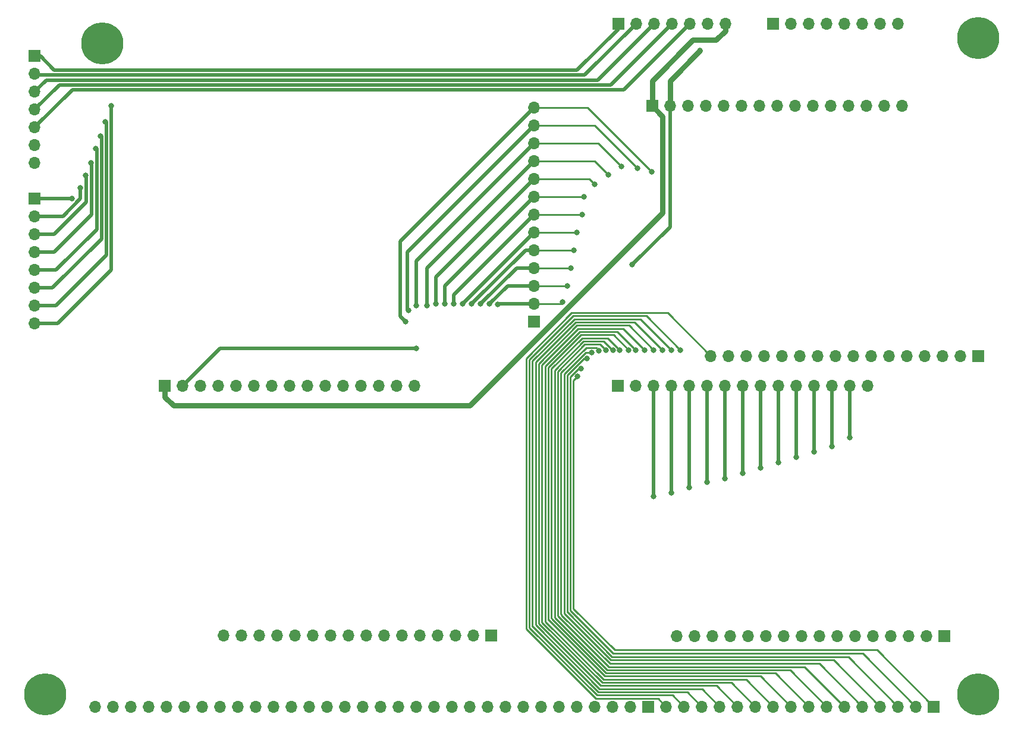
<source format=gbr>
%TF.GenerationSoftware,KiCad,Pcbnew,(6.0.0-0)*%
%TF.CreationDate,2022-08-19T02:12:02-04:00*%
%TF.ProjectId,CPU-MicrocodeEEPROM_Backplane,4350552d-4d69-4637-926f-636f64654545,rev?*%
%TF.SameCoordinates,Original*%
%TF.FileFunction,Copper,L2,Bot*%
%TF.FilePolarity,Positive*%
%FSLAX46Y46*%
G04 Gerber Fmt 4.6, Leading zero omitted, Abs format (unit mm)*
G04 Created by KiCad (PCBNEW (6.0.0-0)) date 2022-08-19 02:12:02*
%MOMM*%
%LPD*%
G01*
G04 APERTURE LIST*
%TA.AperFunction,ComponentPad*%
%ADD10C,6.000000*%
%TD*%
%TA.AperFunction,ComponentPad*%
%ADD11C,0.800000*%
%TD*%
%TA.AperFunction,ComponentPad*%
%ADD12R,1.700000X1.700000*%
%TD*%
%TA.AperFunction,ComponentPad*%
%ADD13O,1.700000X1.700000*%
%TD*%
%TA.AperFunction,ViaPad*%
%ADD14C,0.800000*%
%TD*%
%TA.AperFunction,Conductor*%
%ADD15C,0.500000*%
%TD*%
%TA.AperFunction,Conductor*%
%ADD16C,0.750000*%
%TD*%
%TA.AperFunction,Conductor*%
%ADD17C,0.250000*%
%TD*%
G04 APERTURE END LIST*
D10*
%TO.P,REF\u002A\u002A,1*%
%TO.N,N/C*%
X113030000Y-30226000D03*
D11*
X115280000Y-30226000D03*
X114620990Y-31816990D03*
X113030000Y-32476000D03*
X111439010Y-31816990D03*
X110780000Y-30226000D03*
X111439010Y-28635010D03*
X113030000Y-27976000D03*
X114620990Y-28635010D03*
%TD*%
D10*
%TO.P,REF\u002A\u002A,1*%
%TO.N,N/C*%
X237744000Y-29464000D03*
D11*
X239994000Y-29464000D03*
X239334990Y-31054990D03*
X237744000Y-31714000D03*
X236153010Y-31054990D03*
X235494000Y-29464000D03*
X236153010Y-27873010D03*
X237744000Y-27214000D03*
X239334990Y-27873010D03*
%TD*%
D10*
%TO.P,REF\u002A\u002A,1*%
%TO.N,N/C*%
X104902000Y-122936000D03*
D11*
X107152000Y-122936000D03*
X106492990Y-124526990D03*
X104902000Y-125186000D03*
X103311010Y-124526990D03*
X102652000Y-122936000D03*
X103311010Y-121345010D03*
X104902000Y-120686000D03*
X106492990Y-121345010D03*
%TD*%
D10*
%TO.P,REF\u002A\u002A,1*%
%TO.N,N/C*%
X237744000Y-122936000D03*
D11*
X239994000Y-122936000D03*
X239334990Y-124526990D03*
X237744000Y-125186000D03*
X236153010Y-124526990D03*
X235494000Y-122936000D03*
X236153010Y-121345010D03*
X237744000Y-120686000D03*
X239334990Y-121345010D03*
%TD*%
D12*
%TO.P,J11,1,Pin_1*%
%TO.N,~{DECODE_CONTROL_0c}*%
X231394000Y-124657000D03*
D13*
%TO.P,J11,2,Pin_2*%
%TO.N,~{DECODE_CONTROL_1c}*%
X228854000Y-124657000D03*
%TO.P,J11,3,Pin_3*%
%TO.N,~{DECODE_CONTROL_2c}*%
X226314000Y-124657000D03*
%TO.P,J11,4,Pin_4*%
%TO.N,~{DECODE_CONTROL_3c}*%
X223774000Y-124657000D03*
%TO.P,J11,5,Pin_5*%
%TO.N,~{DECODE_CONTROL_4c}*%
X221234000Y-124657000D03*
%TO.P,J11,6,Pin_6*%
%TO.N,~{DECODE_CONTROL_5c}*%
X218694000Y-124657000D03*
%TO.P,J11,7,Pin_7*%
%TO.N,~{DECODE_CONTROL_6c}*%
X216154000Y-124657000D03*
%TO.P,J11,8,Pin_8*%
%TO.N,~{DECODE_CONTROL_7c}*%
X213614000Y-124657000D03*
%TO.P,J11,9,Pin_9*%
%TO.N,\u03BC0c*%
X211074000Y-124657000D03*
%TO.P,J11,10,Pin_10*%
%TO.N,\u03BC1c*%
X208534000Y-124657000D03*
%TO.P,J11,11,Pin_11*%
%TO.N,\u03BC2c*%
X205994000Y-124657000D03*
%TO.P,J11,12,Pin_12*%
%TO.N,\u03BC3c*%
X203454000Y-124657000D03*
%TO.P,J11,13,Pin_13*%
%TO.N,\u03BC4c*%
X200914000Y-124657000D03*
%TO.P,J11,14,Pin_14*%
%TO.N,\u03BC5c*%
X198374000Y-124657000D03*
%TO.P,J11,15,Pin_15*%
%TO.N,\u03BC6c*%
X195834000Y-124657000D03*
%TO.P,J11,16,Pin_16*%
%TO.N,\u03BC7c*%
X193294000Y-124657000D03*
%TD*%
D12*
%TO.P,J13,1,Pin_1*%
%TO.N,VCC*%
X191292000Y-39091000D03*
D13*
%TO.P,J13,2,Pin_2*%
%TO.N,GND*%
X193832000Y-39091000D03*
%TO.P,J13,3,Pin_3*%
%TO.N,STEP0*%
X196372000Y-39091000D03*
%TO.P,J13,4,Pin_4*%
%TO.N,STEP1*%
X198912000Y-39091000D03*
%TO.P,J13,5,Pin_5*%
%TO.N,STEP2*%
X201452000Y-39091000D03*
%TO.P,J13,6,Pin_6*%
%TO.N,STEP3*%
X203992000Y-39091000D03*
%TO.P,J13,7,Pin_7*%
%TO.N,STEP4*%
X206532000Y-39091000D03*
%TO.P,J13,8,Pin_8*%
%TO.N,INSTRUCTION0*%
X209072000Y-39091000D03*
%TO.P,J13,9,Pin_9*%
%TO.N,INSTRUCTION1*%
X211612000Y-39091000D03*
%TO.P,J13,10,Pin_10*%
%TO.N,INSTRUCTION2*%
X214152000Y-39091000D03*
%TO.P,J13,11,Pin_11*%
%TO.N,INSTRUCTION3*%
X216692000Y-39091000D03*
%TO.P,J13,12,Pin_12*%
%TO.N,INSTRUCTION4*%
X219232000Y-39091000D03*
%TO.P,J13,13,Pin_13*%
%TO.N,INSTRUCTION5*%
X221772000Y-39091000D03*
%TO.P,J13,14,Pin_14*%
%TO.N,INSTRUCTION6*%
X224312000Y-39091000D03*
%TO.P,J13,15,Pin_15*%
%TO.N,INSTRUCTION7*%
X226852000Y-39091000D03*
%TD*%
D12*
%TO.P,J12,1,Pin_1*%
%TO.N,~{DECODE_CONTROL_0c}*%
X237744000Y-74726000D03*
D13*
%TO.P,J12,2,Pin_2*%
%TO.N,~{DECODE_CONTROL_1c}*%
X235204000Y-74726000D03*
%TO.P,J12,3,Pin_3*%
%TO.N,~{DECODE_CONTROL_2c}*%
X232664000Y-74726000D03*
%TO.P,J12,4,Pin_4*%
%TO.N,~{DECODE_CONTROL_3c}*%
X230124000Y-74726000D03*
%TO.P,J12,5,Pin_5*%
%TO.N,~{DECODE_CONTROL_4c}*%
X227584000Y-74726000D03*
%TO.P,J12,6,Pin_6*%
%TO.N,~{DECODE_CONTROL_5c}*%
X225044000Y-74726000D03*
%TO.P,J12,7,Pin_7*%
%TO.N,~{DECODE_CONTROL_6c}*%
X222504000Y-74726000D03*
%TO.P,J12,8,Pin_8*%
%TO.N,~{DECODE_CONTROL_7c}*%
X219964000Y-74726000D03*
%TO.P,J12,9,Pin_9*%
%TO.N,\u03BC0c*%
X217424000Y-74726000D03*
%TO.P,J12,10,Pin_10*%
%TO.N,\u03BC1c*%
X214884000Y-74726000D03*
%TO.P,J12,11,Pin_11*%
%TO.N,\u03BC2c*%
X212344000Y-74726000D03*
%TO.P,J12,12,Pin_12*%
%TO.N,\u03BC3c*%
X209804000Y-74726000D03*
%TO.P,J12,13,Pin_13*%
%TO.N,\u03BC4c*%
X207264000Y-74726000D03*
%TO.P,J12,14,Pin_14*%
%TO.N,\u03BC5c*%
X204724000Y-74726000D03*
%TO.P,J12,15,Pin_15*%
%TO.N,\u03BC6c*%
X202184000Y-74726000D03*
%TO.P,J12,16,Pin_16*%
%TO.N,\u03BC7c*%
X199644000Y-74726000D03*
%TD*%
D12*
%TO.P,J4,1,Pin_1*%
%TO.N,~{RESET}*%
X186454456Y-27432000D03*
D13*
%TO.P,J4,2,Pin_2*%
%TO.N,CLOCK*%
X188994456Y-27432000D03*
%TO.P,J4,3,Pin_3*%
%TO.N,~{LD_IR}*%
X191534456Y-27432000D03*
%TO.P,J4,4,Pin_4*%
%TO.N,~{INT_REQUEST}*%
X194074456Y-27432000D03*
%TO.P,J4,5,Pin_5*%
%TO.N,~{RESET_STEP}*%
X196614456Y-27432000D03*
%TO.P,J4,6,Pin_6*%
%TO.N,GND*%
X199154456Y-27432000D03*
%TO.P,J4,7,Pin_7*%
%TO.N,VCC*%
X201694456Y-27432000D03*
%TD*%
D12*
%TO.P,J2,1,Pin_1*%
%TO.N,BUS7*%
X208534000Y-27379044D03*
D13*
%TO.P,J2,2,Pin_2*%
%TO.N,BUS6*%
X211074000Y-27379044D03*
%TO.P,J2,3,Pin_3*%
%TO.N,BUS5*%
X213614000Y-27379044D03*
%TO.P,J2,4,Pin_4*%
%TO.N,BUS4*%
X216154000Y-27379044D03*
%TO.P,J2,5,Pin_5*%
%TO.N,BUS3*%
X218694000Y-27379044D03*
%TO.P,J2,6,Pin_6*%
%TO.N,BUS2*%
X221234000Y-27379044D03*
%TO.P,J2,7,Pin_7*%
%TO.N,BUS1*%
X223774000Y-27379044D03*
%TO.P,J2,8,Pin_8*%
%TO.N,BUS0*%
X226314000Y-27379044D03*
%TD*%
%TO.P,J8,32,Pin_32*%
%TO.N,\u03BC7*%
X112014000Y-124657000D03*
%TO.P,J8,31,Pin_31*%
%TO.N,\u03BC6*%
X114554000Y-124657000D03*
%TO.P,J8,30,Pin_30*%
%TO.N,\u03BC5*%
X117094000Y-124657000D03*
%TO.P,J8,29,Pin_29*%
%TO.N,\u03BC4*%
X119634000Y-124657000D03*
%TO.P,J8,28,Pin_28*%
%TO.N,\u03BC3*%
X122174000Y-124657000D03*
%TO.P,J8,27,Pin_27*%
%TO.N,\u03BC2*%
X124714000Y-124657000D03*
%TO.P,J8,26,Pin_26*%
%TO.N,\u03BC1*%
X127254000Y-124657000D03*
%TO.P,J8,25,Pin_25*%
%TO.N,\u03BC0*%
X129794000Y-124657000D03*
%TO.P,J8,24,Pin_24*%
%TO.N,~{DECODE_CONTROL_7}*%
X132334000Y-124657000D03*
%TO.P,J8,23,Pin_23*%
%TO.N,~{DECODE_CONTROL_6}*%
X134874000Y-124657000D03*
%TO.P,J8,22,Pin_22*%
%TO.N,~{DECODE_CONTROL_5}*%
X137414000Y-124657000D03*
%TO.P,J8,21,Pin_21*%
%TO.N,~{DECODE_CONTROL_4}*%
X139954000Y-124657000D03*
%TO.P,J8,20,Pin_20*%
%TO.N,~{DECODE_CONTROL_3}*%
X142494000Y-124657000D03*
%TO.P,J8,19,Pin_19*%
%TO.N,~{DECODE_CONTROL_2}*%
X145034000Y-124657000D03*
%TO.P,J8,18,Pin_18*%
%TO.N,~{DECODE_CONTROL_1}*%
X147574000Y-124657000D03*
%TO.P,J8,17,Pin_17*%
%TO.N,~{DECODE_CONTROL_0}*%
X150114000Y-124657000D03*
%TO.P,J8,16,Pin_16*%
%TO.N,\u03BC7b*%
X152654000Y-124657000D03*
%TO.P,J8,15,Pin_15*%
%TO.N,\u03BC6b*%
X155194000Y-124657000D03*
%TO.P,J8,14,Pin_14*%
%TO.N,\u03BC5b*%
X157734000Y-124657000D03*
%TO.P,J8,13,Pin_13*%
%TO.N,\u03BC4b*%
X160274000Y-124657000D03*
%TO.P,J8,12,Pin_12*%
%TO.N,\u03BC3b*%
X162814000Y-124657000D03*
%TO.P,J8,11,Pin_11*%
%TO.N,\u03BC2b*%
X165354000Y-124657000D03*
%TO.P,J8,10,Pin_10*%
%TO.N,\u03BC1b*%
X167894000Y-124657000D03*
%TO.P,J8,9,Pin_9*%
%TO.N,\u03BC0b*%
X170434000Y-124657000D03*
%TO.P,J8,8,Pin_8*%
%TO.N,~{DECODE_CONTROL_7b}*%
X172974000Y-124657000D03*
%TO.P,J8,7,Pin_7*%
%TO.N,~{DECODE_CONTROL_6b}*%
X175514000Y-124657000D03*
%TO.P,J8,6,Pin_6*%
%TO.N,~{DECODE_CONTROL_5b}*%
X178054000Y-124657000D03*
%TO.P,J8,5,Pin_5*%
%TO.N,~{DECODE_CONTROL_4b}*%
X180594000Y-124657000D03*
%TO.P,J8,4,Pin_4*%
%TO.N,~{DECODE_CONTROL_3b}*%
X183134000Y-124657000D03*
%TO.P,J8,3,Pin_3*%
%TO.N,~{DECODE_CONTROL_2b}*%
X185674000Y-124657000D03*
%TO.P,J8,2,Pin_2*%
%TO.N,~{DECODE_CONTROL_1b}*%
X188214000Y-124657000D03*
D12*
%TO.P,J8,1,Pin_1*%
%TO.N,~{DECODE_CONTROL_0b}*%
X190754000Y-124657000D03*
%TD*%
%TO.P,J3,1,Pin_1*%
%TO.N,STEP0*%
X174473000Y-69835242D03*
D13*
%TO.P,J3,2,Pin_2*%
%TO.N,STEP1*%
X174473000Y-67295242D03*
%TO.P,J3,3,Pin_3*%
%TO.N,STEP2*%
X174473000Y-64755242D03*
%TO.P,J3,4,Pin_4*%
%TO.N,STEP3*%
X174473000Y-62215242D03*
%TO.P,J3,5,Pin_5*%
%TO.N,STEP4*%
X174473000Y-59675242D03*
%TO.P,J3,6,Pin_6*%
%TO.N,INSTRUCTION0*%
X174473000Y-57135242D03*
%TO.P,J3,7,Pin_7*%
%TO.N,INSTRUCTION1*%
X174473000Y-54595242D03*
%TO.P,J3,8,Pin_8*%
%TO.N,INSTRUCTION2*%
X174473000Y-52055242D03*
%TO.P,J3,9,Pin_9*%
%TO.N,INSTRUCTION3*%
X174473000Y-49515242D03*
%TO.P,J3,10,Pin_10*%
%TO.N,INSTRUCTION4*%
X174473000Y-46975242D03*
%TO.P,J3,11,Pin_11*%
%TO.N,INSTRUCTION5*%
X174473000Y-44435242D03*
%TO.P,J3,12,Pin_12*%
%TO.N,INSTRUCTION6*%
X174473000Y-41895242D03*
%TO.P,J3,13,Pin_13*%
%TO.N,INSTRUCTION7*%
X174473000Y-39355242D03*
%TD*%
D12*
%TO.P,J9,1,Pin_1*%
%TO.N,~{DECODE_CONTROL_0b}*%
X232890500Y-114583044D03*
D13*
%TO.P,J9,2,Pin_2*%
%TO.N,~{DECODE_CONTROL_1b}*%
X230350500Y-114583044D03*
%TO.P,J9,3,Pin_3*%
%TO.N,~{DECODE_CONTROL_2b}*%
X227810500Y-114583044D03*
%TO.P,J9,4,Pin_4*%
%TO.N,~{DECODE_CONTROL_3b}*%
X225270500Y-114583044D03*
%TO.P,J9,5,Pin_5*%
%TO.N,~{DECODE_CONTROL_4b}*%
X222730500Y-114583044D03*
%TO.P,J9,6,Pin_6*%
%TO.N,~{DECODE_CONTROL_5b}*%
X220190500Y-114583044D03*
%TO.P,J9,7,Pin_7*%
%TO.N,~{DECODE_CONTROL_6b}*%
X217650500Y-114583044D03*
%TO.P,J9,8,Pin_8*%
%TO.N,~{DECODE_CONTROL_7b}*%
X215110500Y-114583044D03*
%TO.P,J9,9,Pin_9*%
%TO.N,\u03BC0b*%
X212570500Y-114583044D03*
%TO.P,J9,10,Pin_10*%
%TO.N,\u03BC1b*%
X210030500Y-114583044D03*
%TO.P,J9,11,Pin_11*%
%TO.N,\u03BC2b*%
X207490500Y-114583044D03*
%TO.P,J9,12,Pin_12*%
%TO.N,\u03BC3b*%
X204950500Y-114583044D03*
%TO.P,J9,13,Pin_13*%
%TO.N,\u03BC4b*%
X202410500Y-114583044D03*
%TO.P,J9,14,Pin_14*%
%TO.N,\u03BC5b*%
X199870500Y-114583044D03*
%TO.P,J9,15,Pin_15*%
%TO.N,\u03BC6b*%
X197330500Y-114583044D03*
%TO.P,J9,16,Pin_16*%
%TO.N,\u03BC7b*%
X194790500Y-114583044D03*
%TD*%
D12*
%TO.P,J1,1,Pin_1*%
%TO.N,BUS0*%
X103378000Y-52324242D03*
D13*
%TO.P,J1,2,Pin_2*%
%TO.N,BUS1*%
X103378000Y-54864242D03*
%TO.P,J1,3,Pin_3*%
%TO.N,BUS2*%
X103378000Y-57404242D03*
%TO.P,J1,4,Pin_4*%
%TO.N,BUS3*%
X103378000Y-59944242D03*
%TO.P,J1,5,Pin_5*%
%TO.N,BUS4*%
X103378000Y-62484242D03*
%TO.P,J1,6,Pin_6*%
%TO.N,BUS5*%
X103378000Y-65024242D03*
%TO.P,J1,7,Pin_7*%
%TO.N,BUS6*%
X103378000Y-67564242D03*
%TO.P,J1,8,Pin_8*%
%TO.N,BUS7*%
X103378000Y-70104242D03*
%TD*%
D12*
%TO.P,J6,1,Pin_1*%
%TO.N,~{DECODE_CONTROL_0}*%
X168374500Y-114558044D03*
D13*
%TO.P,J6,2,Pin_2*%
%TO.N,~{DECODE_CONTROL_1}*%
X165834500Y-114558044D03*
%TO.P,J6,3,Pin_3*%
%TO.N,~{DECODE_CONTROL_2}*%
X163294500Y-114558044D03*
%TO.P,J6,4,Pin_4*%
%TO.N,~{DECODE_CONTROL_3}*%
X160754500Y-114558044D03*
%TO.P,J6,5,Pin_5*%
%TO.N,~{DECODE_CONTROL_4}*%
X158214500Y-114558044D03*
%TO.P,J6,6,Pin_6*%
%TO.N,~{DECODE_CONTROL_5}*%
X155674500Y-114558044D03*
%TO.P,J6,7,Pin_7*%
%TO.N,~{DECODE_CONTROL_6}*%
X153134500Y-114558044D03*
%TO.P,J6,8,Pin_8*%
%TO.N,~{DECODE_CONTROL_7}*%
X150594500Y-114558044D03*
%TO.P,J6,9,Pin_9*%
%TO.N,\u03BC0*%
X148054500Y-114558044D03*
%TO.P,J6,10,Pin_10*%
%TO.N,\u03BC1*%
X145514500Y-114558044D03*
%TO.P,J6,11,Pin_11*%
%TO.N,\u03BC2*%
X142974500Y-114558044D03*
%TO.P,J6,12,Pin_12*%
%TO.N,\u03BC3*%
X140434500Y-114558044D03*
%TO.P,J6,13,Pin_13*%
%TO.N,\u03BC4*%
X137894500Y-114558044D03*
%TO.P,J6,14,Pin_14*%
%TO.N,\u03BC5*%
X135354500Y-114558044D03*
%TO.P,J6,15,Pin_15*%
%TO.N,\u03BC6*%
X132814500Y-114558044D03*
%TO.P,J6,16,Pin_16*%
%TO.N,\u03BC7*%
X130274500Y-114558044D03*
%TD*%
D12*
%TO.P,J5,1,Pin_1*%
%TO.N,~{RESET}*%
X103378000Y-32014484D03*
D13*
%TO.P,J5,2,Pin_2*%
%TO.N,CLOCK*%
X103378000Y-34554484D03*
%TO.P,J5,3,Pin_3*%
%TO.N,~{LD_IR}*%
X103378000Y-37094484D03*
%TO.P,J5,4,Pin_4*%
%TO.N,~{INT_REQUEST}*%
X103378000Y-39634484D03*
%TO.P,J5,5,Pin_5*%
%TO.N,~{RESET_STEP}*%
X103378000Y-42174484D03*
%TO.P,J5,6,Pin_6*%
%TO.N,GND*%
X103378000Y-44714484D03*
%TO.P,J5,7,Pin_7*%
%TO.N,VCC*%
X103378000Y-47254484D03*
%TD*%
D12*
%TO.P,J7,1,Pin_1*%
%TO.N,VCC*%
X121922500Y-78973044D03*
D13*
%TO.P,J7,2,Pin_2*%
%TO.N,GND*%
X124462500Y-78973044D03*
%TO.P,J7,3,Pin_3*%
%TO.N,STEP0*%
X127002500Y-78973044D03*
%TO.P,J7,4,Pin_4*%
%TO.N,STEP1*%
X129542500Y-78973044D03*
%TO.P,J7,5,Pin_5*%
%TO.N,STEP2*%
X132082500Y-78973044D03*
%TO.P,J7,6,Pin_6*%
%TO.N,STEP3*%
X134622500Y-78973044D03*
%TO.P,J7,7,Pin_7*%
%TO.N,STEP4*%
X137162500Y-78973044D03*
%TO.P,J7,8,Pin_8*%
%TO.N,INSTRUCTION0*%
X139702500Y-78973044D03*
%TO.P,J7,9,Pin_9*%
%TO.N,INSTRUCTION1*%
X142242500Y-78973044D03*
%TO.P,J7,10,Pin_10*%
%TO.N,INSTRUCTION2*%
X144782500Y-78973044D03*
%TO.P,J7,11,Pin_11*%
%TO.N,INSTRUCTION3*%
X147322500Y-78973044D03*
%TO.P,J7,12,Pin_12*%
%TO.N,INSTRUCTION4*%
X149862500Y-78973044D03*
%TO.P,J7,13,Pin_13*%
%TO.N,INSTRUCTION5*%
X152402500Y-78973044D03*
%TO.P,J7,14,Pin_14*%
%TO.N,INSTRUCTION6*%
X154942500Y-78973044D03*
%TO.P,J7,15,Pin_15*%
%TO.N,INSTRUCTION7*%
X157482500Y-78973044D03*
%TD*%
D12*
%TO.P,J10,1,Pin_1*%
%TO.N,VCC*%
X186438500Y-78973044D03*
D13*
%TO.P,J10,2,Pin_2*%
%TO.N,GND*%
X188978500Y-78973044D03*
%TO.P,J10,3,Pin_3*%
%TO.N,STEP0*%
X191518500Y-78973044D03*
%TO.P,J10,4,Pin_4*%
%TO.N,STEP1*%
X194058500Y-78973044D03*
%TO.P,J10,5,Pin_5*%
%TO.N,STEP2*%
X196598500Y-78973044D03*
%TO.P,J10,6,Pin_6*%
%TO.N,STEP3*%
X199138500Y-78973044D03*
%TO.P,J10,7,Pin_7*%
%TO.N,STEP4*%
X201678500Y-78973044D03*
%TO.P,J10,8,Pin_8*%
%TO.N,INSTRUCTION0*%
X204218500Y-78973044D03*
%TO.P,J10,9,Pin_9*%
%TO.N,INSTRUCTION1*%
X206758500Y-78973044D03*
%TO.P,J10,10,Pin_10*%
%TO.N,INSTRUCTION2*%
X209298500Y-78973044D03*
%TO.P,J10,11,Pin_11*%
%TO.N,INSTRUCTION3*%
X211838500Y-78973044D03*
%TO.P,J10,12,Pin_12*%
%TO.N,INSTRUCTION4*%
X214378500Y-78973044D03*
%TO.P,J10,13,Pin_13*%
%TO.N,INSTRUCTION5*%
X216918500Y-78973044D03*
%TO.P,J10,14,Pin_14*%
%TO.N,INSTRUCTION6*%
X219458500Y-78973044D03*
%TO.P,J10,15,Pin_15*%
%TO.N,INSTRUCTION7*%
X221998500Y-78973044D03*
%TD*%
D14*
%TO.N,GND*%
X188468000Y-61722000D03*
X198120000Y-31242000D03*
%TO.N,VCC*%
X165354000Y-81788000D03*
%TO.N,BUS0*%
X108712000Y-52324000D03*
%TO.N,GND*%
X157734000Y-73660000D03*
%TO.N,BUS7*%
X114300000Y-39116000D03*
%TO.N,BUS6*%
X113450500Y-41402000D03*
%TO.N,BUS5*%
X112750989Y-43434000D03*
%TO.N,BUS4*%
X112051478Y-45212000D03*
%TO.N,BUS3*%
X111351967Y-47244000D03*
%TO.N,BUS2*%
X110652456Y-49022000D03*
%TO.N,BUS1*%
X109894500Y-50800000D03*
%TO.N,INSTRUCTION7*%
X156210000Y-69850000D03*
%TO.N,INSTRUCTION6*%
X156630204Y-68238204D03*
%TO.N,INSTRUCTION5*%
X157734000Y-67564000D03*
%TO.N,INSTRUCTION4*%
X159258000Y-67564000D03*
%TO.N,INSTRUCTION3*%
X160528000Y-67310000D03*
%TO.N,INSTRUCTION2*%
X161798000Y-67310011D03*
%TO.N,INSTRUCTION1*%
X163068000Y-67310000D03*
%TO.N,INSTRUCTION0*%
X164338000Y-67310000D03*
%TO.N,STEP4*%
X165608000Y-67309998D03*
%TO.N,STEP3*%
X166878000Y-67310000D03*
%TO.N,STEP2*%
X168148000Y-67310000D03*
%TO.N,STEP1*%
X169325312Y-67402688D03*
%TO.N,INSTRUCTION7*%
X191262000Y-48514000D03*
%TO.N,INSTRUCTION6*%
X189230000Y-48006000D03*
%TO.N,INSTRUCTION5*%
X186944000Y-47752000D03*
%TO.N,INSTRUCTION4*%
X185046115Y-48902115D03*
%TO.N,INSTRUCTION3*%
X183077263Y-50235263D03*
%TO.N,INSTRUCTION2*%
X181610000Y-52070000D03*
%TO.N,INSTRUCTION1*%
X181356000Y-54610000D03*
%TO.N,INSTRUCTION0*%
X180594000Y-57150000D03*
%TO.N,STEP4*%
X180127032Y-59690000D03*
%TO.N,STEP3*%
X179677521Y-62230000D03*
%TO.N,STEP2*%
X179228010Y-64770000D03*
%TO.N,STEP1*%
X178562000Y-67056000D03*
%TO.N,~{DECODE_CONTROL_0c}*%
X180683054Y-77653400D03*
%TO.N,~{DECODE_CONTROL_1c}*%
X181174375Y-76526375D03*
%TO.N,~{DECODE_CONTROL_2c}*%
X181999523Y-75065523D03*
%TO.N,~{DECODE_CONTROL_3c}*%
X182684027Y-74249121D03*
%TO.N,~{DECODE_CONTROL_4c}*%
X183682596Y-73957185D03*
%TO.N,~{DECODE_CONTROL_5c}*%
X184681308Y-73917437D03*
%TO.N,~{DECODE_CONTROL_6c}*%
X185680805Y-73920803D03*
%TO.N,~{DECODE_CONTROL_7c}*%
X186694299Y-73918299D03*
%TO.N,\u03BC0c*%
X187960000Y-73914000D03*
%TO.N,\u03BC1c*%
X188980299Y-73918299D03*
%TO.N,\u03BC2c*%
X190246000Y-73914000D03*
%TO.N,\u03BC3c*%
X191516000Y-73914000D03*
%TO.N,\u03BC4c*%
X192786000Y-73914000D03*
%TO.N,\u03BC5c*%
X194056000Y-73914000D03*
%TO.N,\u03BC6c*%
X195326000Y-73914000D03*
%TO.N,INSTRUCTION2*%
X209268500Y-89920044D03*
%TO.N,INSTRUCTION1*%
X206728500Y-90682044D03*
%TO.N,INSTRUCTION0*%
X204188500Y-91444044D03*
%TO.N,STEP4*%
X201648500Y-92206044D03*
%TO.N,STEP3*%
X199108500Y-92714044D03*
%TO.N,STEP2*%
X196568500Y-93476044D03*
%TO.N,STEP1*%
X194028500Y-94238044D03*
%TO.N,STEP0*%
X191488500Y-94746044D03*
%TO.N,INSTRUCTION5*%
X216888500Y-87634044D03*
%TO.N,INSTRUCTION6*%
X219428500Y-86364044D03*
%TO.N,INSTRUCTION4*%
X214348500Y-88396044D03*
%TO.N,INSTRUCTION3*%
X211808500Y-89158044D03*
%TD*%
D15*
%TO.N,~{RESET}*%
X186454456Y-27432000D02*
X186454456Y-28175544D01*
X186454456Y-28175544D02*
X180594000Y-34036000D01*
X180594000Y-34036000D02*
X106172000Y-34036000D01*
X104150484Y-32014484D02*
X103378000Y-32014484D01*
X106172000Y-34036000D02*
X104150484Y-32014484D01*
%TO.N,~{RESET_STEP}*%
X196614456Y-27432000D02*
X187212413Y-36834043D01*
%TO.N,~{INT_REQUEST}*%
X185371924Y-36134532D02*
X194074456Y-27432000D01*
X103378000Y-39634484D02*
X106877952Y-36134532D01*
%TO.N,~{LD_IR}*%
X191534456Y-27432000D02*
X183531435Y-35435021D01*
%TO.N,CLOCK*%
X103559027Y-34735511D02*
X181690945Y-34735511D01*
X181690945Y-34735511D02*
X188994456Y-27432000D01*
%TO.N,~{INT_REQUEST}*%
X106877952Y-36134532D02*
X185371924Y-36134532D01*
%TO.N,~{RESET_STEP}*%
X108718441Y-36834043D02*
X103378000Y-42174484D01*
%TO.N,CLOCK*%
X103378000Y-34554484D02*
X103559027Y-34735511D01*
%TO.N,~{LD_IR}*%
X105037463Y-35435021D02*
X103378000Y-37094484D01*
%TO.N,~{RESET_STEP}*%
X187212413Y-36834043D02*
X108718441Y-36834043D01*
%TO.N,~{LD_IR}*%
X183531435Y-35435021D02*
X105037463Y-35435021D01*
D16*
%TO.N,VCC*%
X123137456Y-81788000D02*
X165354000Y-81788000D01*
X192786000Y-54356000D02*
X165354000Y-81788000D01*
X121922500Y-78973044D02*
X121922500Y-80573044D01*
X121922500Y-80573044D02*
X123137456Y-81788000D01*
X192786000Y-40585000D02*
X192786000Y-54356000D01*
X191292000Y-39091000D02*
X192786000Y-40585000D01*
D17*
%TO.N,\u03BC7c*%
X193294000Y-124657000D02*
X192119484Y-123482484D01*
X192119484Y-123482484D02*
X183226970Y-123482484D01*
X193498000Y-68580000D02*
X199644000Y-74726000D01*
X173343340Y-113598854D02*
X173343340Y-75068660D01*
X183226970Y-123482484D02*
X173343340Y-113598854D01*
X173343340Y-75068660D02*
X179832000Y-68580000D01*
X179832000Y-68580000D02*
X193498000Y-68580000D01*
%TO.N,~{DECODE_CONTROL_6c}*%
X177388943Y-111854867D02*
X177388943Y-111691026D01*
%TO.N,~{DECODE_CONTROL_3c}*%
X178737474Y-77302974D02*
X181791327Y-74249121D01*
X178738608Y-111289162D02*
X178737476Y-111288171D01*
%TO.N,~{DECODE_CONTROL_6c}*%
X177394007Y-111859010D02*
X177388943Y-111854867D01*
%TO.N,~{DECODE_CONTROL_5c}*%
X177905790Y-111804224D02*
X177905790Y-111804215D01*
%TO.N,~{DECODE_CONTROL_6c}*%
X177388943Y-111508453D02*
X177388942Y-76744394D01*
%TO.N,~{DECODE_CONTROL_3c}*%
X178739136Y-111297015D02*
X178738613Y-111289173D01*
X178753945Y-111331428D02*
X178753225Y-111326382D01*
%TO.N,~{DECODE_CONTROL_5c}*%
X177864277Y-111716626D02*
X177864276Y-111716613D01*
%TO.N,~{DECODE_CONTROL_3c}*%
X178742431Y-111300225D02*
X178741966Y-111299845D01*
X178781492Y-111383303D02*
X178767549Y-111372148D01*
X178741966Y-111299845D02*
X178739136Y-111297015D01*
X178738613Y-111289173D02*
X178738608Y-111289169D01*
%TO.N,~{DECODE_CONTROL_4c}*%
X178355283Y-111617980D02*
X178355283Y-111617972D01*
%TO.N,~{DECODE_CONTROL_7c}*%
X177006765Y-112176598D02*
X177006765Y-112176590D01*
%TO.N,~{DECODE_CONTROL_3c}*%
X178758191Y-111334825D02*
X178753945Y-111331428D01*
X178758195Y-111334831D02*
X178758191Y-111334828D01*
%TO.N,~{DECODE_CONTROL_7c}*%
X177006780Y-112176631D02*
X177006776Y-112176627D01*
%TO.N,~{DECODE_CONTROL_4c}*%
X215114866Y-118537866D02*
X185275105Y-118537866D01*
%TO.N,~{DECODE_CONTROL_3c}*%
X178784063Y-111388052D02*
X178784055Y-111388045D01*
X178765358Y-111348128D02*
X178765356Y-111348107D01*
%TO.N,~{DECODE_CONTROL_5c}*%
X177864273Y-111716610D02*
X177864272Y-111716605D01*
%TO.N,~{DECODE_CONTROL_3c}*%
X178763305Y-111344269D02*
X178763305Y-111344246D01*
X178804799Y-111431792D02*
X178804794Y-111431787D01*
%TO.N,~{DECODE_CONTROL_5c}*%
X185088912Y-118987377D02*
X177905810Y-111804275D01*
%TO.N,~{DECODE_CONTROL_3c}*%
X178743274Y-111301792D02*
X178742547Y-111301193D01*
%TO.N,\u03BC1c*%
X184344136Y-120785417D02*
X176107771Y-112549052D01*
%TO.N,~{DECODE_CONTROL_6c}*%
X177456290Y-111990437D02*
X177456286Y-111990433D01*
%TO.N,~{DECODE_CONTROL_3c}*%
X178804807Y-111431824D02*
X178804807Y-111431816D01*
X178737476Y-111288171D02*
X178737474Y-77302974D01*
%TO.N,~{DECODE_CONTROL_6c}*%
X185408304Y-73617346D02*
X185408304Y-73639704D01*
%TO.N,~{DECODE_CONTROL_3c}*%
X178804810Y-111431827D02*
X178804807Y-111431824D01*
%TO.N,~{DECODE_CONTROL_4c}*%
X178355304Y-111618043D02*
X178355305Y-111618035D01*
X178355296Y-111618017D02*
X178355296Y-111618009D01*
%TO.N,~{DECODE_CONTROL_3c}*%
X178763282Y-111344223D02*
X178763282Y-111344211D01*
X178804810Y-111431836D02*
X178804810Y-111431827D01*
%TO.N,~{DECODE_CONTROL_4c}*%
X178314031Y-111532778D02*
X178313795Y-111530440D01*
%TO.N,~{DECODE_CONTROL_3c}*%
X178765366Y-111348135D02*
X178765358Y-111348128D01*
X178804802Y-111431811D02*
X178804802Y-111431803D01*
X178804802Y-111431803D02*
X178804799Y-111431800D01*
%TO.N,\u03BC4c*%
X174759239Y-113107628D02*
X174691877Y-113040270D01*
%TO.N,~{DECODE_CONTROL_4c}*%
X183448524Y-73613901D02*
X183448524Y-73711924D01*
X181880123Y-73524621D02*
X183359244Y-73524621D01*
X178287964Y-77116780D02*
X181880123Y-73524621D01*
X178309255Y-111525888D02*
X178287965Y-111419433D01*
%TO.N,~{DECODE_CONTROL_3c}*%
X178747812Y-111320969D02*
X178746647Y-111308159D01*
%TO.N,~{DECODE_CONTROL_4c}*%
X178355300Y-111618021D02*
X178355296Y-111618017D01*
X178315846Y-111534301D02*
X178315842Y-111534298D01*
X178318032Y-111558345D02*
X178315846Y-111534301D01*
%TO.N,~{DECODE_CONTROL_3c}*%
X178804789Y-111431766D02*
X178786617Y-111413595D01*
X178763551Y-111346603D02*
X178763319Y-111344280D01*
%TO.N,~{DECODE_CONTROL_5c}*%
X177868239Y-111741345D02*
X177866346Y-111720523D01*
%TO.N,~{DECODE_CONTROL_4c}*%
X178331986Y-111569509D02*
X178318032Y-111558345D01*
X178332307Y-111572399D02*
X178331986Y-111569509D01*
X178334550Y-111574254D02*
X178334548Y-111574232D01*
%TO.N,~{DECODE_CONTROL_3c}*%
X178804820Y-111431864D02*
X178804820Y-111431855D01*
X178742547Y-111301193D02*
X178742547Y-111300442D01*
%TO.N,~{DECODE_CONTROL_5c}*%
X177885039Y-111760437D02*
X177885038Y-111760426D01*
%TO.N,~{DECODE_CONTROL_4c}*%
X178313775Y-111530407D02*
X178313773Y-111530391D01*
%TO.N,~{DECODE_CONTROL_5c}*%
X177864291Y-111716651D02*
X177864285Y-111716646D01*
%TO.N,\u03BC3c*%
X187980044Y-70378044D02*
X180576772Y-70378044D01*
%TO.N,~{DECODE_CONTROL_3c}*%
X178763271Y-111344200D02*
X178763268Y-111344171D01*
%TO.N,~{DECODE_CONTROL_5c}*%
X177843573Y-111673202D02*
X177843538Y-111672850D01*
%TO.N,~{DECODE_CONTROL_4c}*%
X178336979Y-111598472D02*
X178334558Y-111574260D01*
X178334558Y-111574260D02*
X178334550Y-111574254D01*
%TO.N,\u03BC1c*%
X208534000Y-124657000D02*
X204662417Y-120785417D01*
%TO.N,~{DECODE_CONTROL_4c}*%
X178355288Y-111617985D02*
X178355283Y-111617980D01*
%TO.N,\u03BC2c*%
X175658260Y-112735241D02*
X175658255Y-112735236D01*
%TO.N,\u03BC1c*%
X176107771Y-112549052D02*
X176107770Y-112549047D01*
%TO.N,~{DECODE_CONTROL_4c}*%
X178315841Y-111534287D02*
X178314031Y-111532778D01*
%TO.N,~{DECODE_CONTROL_5c}*%
X177880025Y-111756315D02*
X177879222Y-111749887D01*
X177905782Y-111804199D02*
X177905782Y-111804191D01*
%TO.N,~{DECODE_CONTROL_7c}*%
X177006790Y-112176659D02*
X177006786Y-112176655D01*
%TO.N,~{DECODE_CONTROL_4c}*%
X178355310Y-111618049D02*
X178355304Y-111618043D01*
%TO.N,\u03BC0c*%
X176539076Y-112344614D02*
X176536518Y-112319036D01*
%TO.N,~{DECODE_CONTROL_3c}*%
X178804826Y-111431879D02*
X178804826Y-111431870D01*
%TO.N,~{DECODE_CONTROL_4c}*%
X178355311Y-111618059D02*
X178355310Y-111618049D01*
X178355315Y-111618063D02*
X178355311Y-111618059D01*
X178355315Y-111618072D02*
X178355315Y-111618063D01*
%TO.N,~{DECODE_CONTROL_6c}*%
X177456280Y-111990409D02*
X177456277Y-111990405D01*
%TO.N,~{DECODE_CONTROL_5c}*%
X184670037Y-73917437D02*
X184681308Y-73917437D01*
X177866240Y-111602875D02*
X177838454Y-111463944D01*
%TO.N,~{DECODE_CONTROL_4c}*%
X178287965Y-111419433D02*
X178287964Y-77116780D01*
%TO.N,~{DECODE_CONTROL_5c}*%
X177838454Y-111644554D02*
X177866240Y-111602875D01*
%TO.N,\u03BC3c*%
X183971748Y-121684437D02*
X200481437Y-121684437D01*
%TO.N,~{DECODE_CONTROL_4c}*%
X178337111Y-111599801D02*
X178337111Y-111599756D01*
%TO.N,~{DECODE_CONTROL_3c}*%
X178742535Y-111300430D02*
X178742535Y-111300414D01*
X178767549Y-111372148D02*
X178765366Y-111348135D01*
%TO.N,~{DECODE_CONTROL_5c}*%
X183827710Y-73075110D02*
X184670037Y-73917437D01*
%TO.N,~{DECODE_CONTROL_7c}*%
X177006776Y-112176627D02*
X177006775Y-112176617D01*
%TO.N,~{DECODE_CONTROL_6c}*%
X177456300Y-111990469D02*
X177456300Y-111990465D01*
%TO.N,~{DECODE_CONTROL_5c}*%
X177838454Y-111666121D02*
X177838454Y-111644554D01*
%TO.N,~{DECODE_CONTROL_3c}*%
X178804831Y-111431884D02*
X178804826Y-111431879D01*
%TO.N,~{DECODE_CONTROL_5c}*%
X177887599Y-111786001D02*
X177885043Y-111760440D01*
X181693930Y-73075110D02*
X183827710Y-73075110D01*
X177854204Y-111698769D02*
X177854201Y-111698766D01*
X177855501Y-111707850D02*
X177854204Y-111698769D01*
%TO.N,~{DECODE_CONTROL_4c}*%
X178337111Y-111599756D02*
X178336983Y-111598475D01*
%TO.N,~{DECODE_CONTROL_5c}*%
X177864184Y-111716533D02*
X177855501Y-111707850D01*
%TO.N,~{DECODE_CONTROL_6c}*%
X177435528Y-111946620D02*
X177417698Y-111932033D01*
%TO.N,~{DECODE_CONTROL_5c}*%
X177864285Y-111716634D02*
X177864277Y-111716626D01*
X177866346Y-111720523D02*
X177866338Y-111720516D01*
%TO.N,~{DECODE_CONTROL_3c}*%
X178742440Y-111300319D02*
X178742431Y-111300225D01*
%TO.N,~{DECODE_CONTROL_5c}*%
X177885034Y-111760423D02*
X177885033Y-111760412D01*
%TO.N,~{DECODE_CONTROL_3c}*%
X178804820Y-111431855D02*
X178804816Y-111431851D01*
X178753221Y-111326378D02*
X178753219Y-111326367D01*
%TO.N,~{DECODE_CONTROL_4c}*%
X185275105Y-118537866D02*
X178355321Y-111618082D01*
%TO.N,~{DECODE_CONTROL_5c}*%
X177885038Y-111760426D02*
X177885034Y-111760423D01*
%TO.N,~{DECODE_CONTROL_3c}*%
X178742547Y-111300442D02*
X178742535Y-111300430D01*
X178763305Y-111344246D02*
X178763282Y-111344223D01*
X178753183Y-111326340D02*
X178747812Y-111320969D01*
%TO.N,~{DECODE_CONTROL_5c}*%
X177885043Y-111760440D02*
X177885039Y-111760437D01*
%TO.N,~{DECODE_CONTROL_6c}*%
X177456276Y-111990397D02*
X177456271Y-111990392D01*
%TO.N,~{DECODE_CONTROL_3c}*%
X178758732Y-111339661D02*
X178758195Y-111334831D01*
X178804789Y-111431774D02*
X178804789Y-111431766D01*
%TO.N,~{DECODE_CONTROL_5c}*%
X177905782Y-111804191D02*
X177905777Y-111804186D01*
X177843522Y-111672819D02*
X177841296Y-111670998D01*
X177905787Y-111804212D02*
X177905786Y-111804203D01*
X177905800Y-111804252D02*
X177905800Y-111804243D01*
X177905810Y-111804271D02*
X177905806Y-111804267D01*
X177854201Y-111698766D02*
X177854199Y-111698755D01*
%TO.N,~{DECODE_CONTROL_6c}*%
X185408304Y-73639704D02*
X185680805Y-73912205D01*
%TO.N,~{DECODE_CONTROL_3c}*%
X178804794Y-111431787D02*
X178804794Y-111431779D01*
%TO.N,~{DECODE_CONTROL_6c}*%
X177388941Y-111508456D02*
X177388943Y-111508453D01*
%TO.N,\u03BC1c*%
X176107760Y-112549028D02*
X176107760Y-112549019D01*
%TO.N,~{DECODE_CONTROL_6c}*%
X177394036Y-111859064D02*
X177394025Y-111859055D01*
%TO.N,~{DECODE_CONTROL_3c}*%
X181791327Y-74249121D02*
X182684027Y-74249121D01*
%TO.N,~{DECODE_CONTROL_6c}*%
X177400115Y-111888175D02*
X177398183Y-111866878D01*
%TO.N,\u03BC0c*%
X184530330Y-120335907D02*
X176557280Y-112362857D01*
%TO.N,~{DECODE_CONTROL_3c}*%
X178804831Y-111431888D02*
X178804831Y-111431884D01*
X178765356Y-111348107D02*
X178763551Y-111346603D01*
%TO.N,~{DECODE_CONTROL_6c}*%
X177414742Y-111902802D02*
X177400115Y-111888175D01*
%TO.N,~{DECODE_CONTROL_5c}*%
X177866338Y-111720516D02*
X177866336Y-111720495D01*
%TO.N,~{DECODE_CONTROL_6c}*%
X177414775Y-111902832D02*
X177414775Y-111902829D01*
X177414779Y-111902835D02*
X177414775Y-111902832D01*
X177417698Y-111932033D02*
X177414779Y-111902835D01*
%TO.N,~{DECODE_CONTROL_4c}*%
X178336983Y-111598475D02*
X178336979Y-111598472D01*
%TO.N,~{DECODE_CONTROL_6c}*%
X177435530Y-111946642D02*
X177435528Y-111946620D01*
%TO.N,~{DECODE_CONTROL_4c}*%
X178334548Y-111574232D02*
X178332307Y-111572399D01*
%TO.N,~{DECODE_CONTROL_6c}*%
X177456271Y-111990384D02*
X177438094Y-111972208D01*
%TO.N,\u03BC3c*%
X191516000Y-73914000D02*
X187980044Y-70378044D01*
%TO.N,~{DECODE_CONTROL_3c}*%
X178758191Y-111334828D02*
X178758191Y-111334825D01*
%TO.N,~{DECODE_CONTROL_6c}*%
X177456277Y-111990405D02*
X177456276Y-111990397D01*
X177456281Y-111990419D02*
X177456280Y-111990409D01*
X177456286Y-111990433D02*
X177456285Y-111990423D01*
X184394199Y-72625599D02*
X184961544Y-73192944D01*
%TO.N,~{DECODE_CONTROL_3c}*%
X178763282Y-111344211D02*
X178763271Y-111344200D01*
%TO.N,\u03BC2c*%
X175658249Y-112735221D02*
X175658249Y-112735212D01*
%TO.N,~{DECODE_CONTROL_6c}*%
X177456295Y-111990460D02*
X177456295Y-111990451D01*
%TO.N,~{DECODE_CONTROL_5c}*%
X177864529Y-111718989D02*
X177864296Y-111716665D01*
%TO.N,~{DECODE_CONTROL_6c}*%
X177456300Y-111990465D02*
X177456295Y-111990460D01*
%TO.N,~{DECODE_CONTROL_7c}*%
X181321544Y-72176088D02*
X184960688Y-72176088D01*
X176939430Y-112067894D02*
X176939430Y-76558202D01*
%TO.N,~{DECODE_CONTROL_4c}*%
X178313691Y-111530324D02*
X178309255Y-111525888D01*
%TO.N,~{DECODE_CONTROL_7c}*%
X176965267Y-112089031D02*
X176939430Y-112067894D01*
X176965267Y-112089034D02*
X176965267Y-112089031D01*
%TO.N,~{DECODE_CONTROL_3c}*%
X178753219Y-111326367D02*
X178753183Y-111326340D01*
%TO.N,~{DECODE_CONTROL_7c}*%
X176965270Y-112089036D02*
X176965267Y-112089034D01*
X177006775Y-112176617D02*
X177006770Y-112176612D01*
%TO.N,~{DECODE_CONTROL_6c}*%
X177394024Y-111859041D02*
X177394009Y-111859029D01*
%TO.N,~{DECODE_CONTROL_7c}*%
X177006780Y-112176640D02*
X177006780Y-112176631D01*
%TO.N,~{DECODE_CONTROL_6c}*%
X177388942Y-76744394D02*
X181507737Y-72625599D01*
%TO.N,~{DECODE_CONTROL_3c}*%
X178746637Y-111308151D02*
X178746636Y-111308137D01*
X178784053Y-111388024D02*
X178781813Y-111386191D01*
%TO.N,\u03BC1c*%
X188980299Y-73909699D02*
X188980299Y-73918299D01*
%TO.N,~{DECODE_CONTROL_7c}*%
X184716524Y-119886397D02*
X177006791Y-112176664D01*
%TO.N,~{DECODE_CONTROL_3c}*%
X185417669Y-118044726D02*
X178804831Y-111431888D01*
%TO.N,~{DECODE_CONTROL_7c}*%
X208843393Y-119886393D02*
X184716524Y-119886397D01*
X213614000Y-124657000D02*
X208843393Y-119886393D01*
%TO.N,\u03BC0c*%
X176489919Y-112263569D02*
X176489919Y-76372009D01*
X176536518Y-112319036D02*
X176516985Y-112303055D01*
%TO.N,\u03BC1c*%
X176107770Y-112549047D02*
X176107766Y-112549043D01*
%TO.N,\u03BC2c*%
X175658249Y-112735212D02*
X175590898Y-112667865D01*
%TO.N,\u03BC0c*%
X176557265Y-112362820D02*
X176557265Y-112362811D01*
X176557280Y-112362853D02*
X176557275Y-112362848D01*
%TO.N,\u03BC2c*%
X180762965Y-70827555D02*
X187159555Y-70827555D01*
%TO.N,~{DECODE_CONTROL_5c}*%
X177905786Y-111804203D02*
X177905782Y-111804199D01*
%TO.N,\u03BC3c*%
X180576772Y-70378044D02*
X175141388Y-75813428D01*
%TO.N,~{DECODE_CONTROL_5c}*%
X177843523Y-111672826D02*
X177843522Y-111672819D01*
X177905805Y-111804257D02*
X177905800Y-111804252D01*
%TO.N,~{DECODE_CONTROL_6c}*%
X177394045Y-111859156D02*
X177394036Y-111859064D01*
%TO.N,\u03BC0c*%
X206752907Y-120335907D02*
X184530330Y-120335907D01*
%TO.N,\u03BC1c*%
X176107754Y-112549004D02*
X176040408Y-112481662D01*
X176107766Y-112549043D02*
X176107765Y-112549033D01*
%TO.N,~{DECODE_CONTROL_3c}*%
X178743647Y-111305646D02*
X178743274Y-111301792D01*
%TO.N,~{DECODE_CONTROL_6c}*%
X177388943Y-111691026D02*
X177388941Y-111691008D01*
%TO.N,\u03BC1c*%
X204662417Y-120785417D02*
X184344136Y-120785417D01*
%TO.N,~{DECODE_CONTROL_5c}*%
X177843527Y-111672841D02*
X177843526Y-111672829D01*
%TO.N,\u03BC2c*%
X175658255Y-112735227D02*
X175658249Y-112735221D01*
%TO.N,\u03BC0c*%
X176557270Y-112362825D02*
X176557265Y-112362820D01*
%TO.N,\u03BC2c*%
X175658255Y-112735236D02*
X175658255Y-112735227D01*
%TO.N,\u03BC3c*%
X175141388Y-75813428D02*
X175141388Y-112854068D01*
%TO.N,~{DECODE_CONTROL_7c}*%
X176939430Y-76558202D02*
X181321544Y-72176088D01*
%TO.N,\u03BC4c*%
X174691877Y-113040270D02*
X174691877Y-75627235D01*
%TO.N,~{DECODE_CONTROL_3c}*%
X178804794Y-111431779D02*
X178804789Y-111431774D01*
%TO.N,\u03BC4c*%
X198390948Y-122133948D02*
X183785555Y-122133948D01*
%TO.N,\u03BC0c*%
X211074000Y-124657000D02*
X206752907Y-120335907D01*
%TO.N,\u03BC2c*%
X205994000Y-124657000D02*
X202571926Y-121234926D01*
%TO.N,\u03BC5c*%
X174309734Y-113293836D02*
X174309734Y-113293840D01*
X174242367Y-113226473D02*
X174309734Y-113293836D01*
%TO.N,\u03BC6c*%
X180018193Y-69029511D02*
X190441511Y-69029511D01*
X194209973Y-123032973D02*
X183413160Y-123032970D01*
%TO.N,~{DECODE_CONTROL_3c}*%
X178763268Y-111344171D02*
X178763125Y-111344054D01*
%TO.N,~{DECODE_CONTROL_5c}*%
X177905790Y-111804215D02*
X177905787Y-111804212D01*
%TO.N,\u03BC6c*%
X183413160Y-123032970D02*
X173792856Y-113412666D01*
X195834000Y-124657000D02*
X194209973Y-123032973D01*
%TO.N,\u03BC5c*%
X174309734Y-113293840D02*
X183599353Y-122583459D01*
%TO.N,\u03BC4c*%
X174691877Y-75627235D02*
X180390579Y-69928533D01*
%TO.N,\u03BC6c*%
X190441511Y-69029511D02*
X195326000Y-73914000D01*
%TO.N,~{DECODE_CONTROL_5c}*%
X177840978Y-111668140D02*
X177838454Y-111666121D01*
X177854199Y-111698755D02*
X177845717Y-111692393D01*
%TO.N,\u03BC6c*%
X173792856Y-75254848D02*
X180018193Y-69029511D01*
%TO.N,~{DECODE_CONTROL_3c}*%
X178763125Y-111344054D02*
X178758732Y-111339661D01*
%TO.N,\u03BC2c*%
X187159555Y-70827555D02*
X190246000Y-73914000D01*
%TO.N,~{DECODE_CONTROL_7c}*%
X177006770Y-112176612D02*
X177006770Y-112176603D01*
%TO.N,~{DECODE_CONTROL_5c}*%
X177843847Y-111673427D02*
X177843573Y-111673202D01*
X177905810Y-111804275D02*
X177905810Y-111804271D01*
%TO.N,\u03BC3c*%
X175141388Y-112854068D02*
X175208744Y-112921420D01*
X175208750Y-112921439D02*
X183971748Y-121684437D01*
%TO.N,~{DECODE_CONTROL_3c}*%
X178804816Y-111431842D02*
X178804810Y-111431836D01*
%TO.N,\u03BC2c*%
X202571926Y-121234926D02*
X184157942Y-121234927D01*
%TO.N,~{DECODE_CONTROL_3c}*%
X217161726Y-118044726D02*
X185417669Y-118044726D01*
%TO.N,\u03BC5c*%
X189621022Y-69479022D02*
X180204386Y-69479022D01*
%TO.N,\u03BC4c*%
X188800533Y-69928533D02*
X192786000Y-73914000D01*
%TO.N,\u03BC5c*%
X183599353Y-122583459D02*
X196300459Y-122583459D01*
%TO.N,\u03BC0c*%
X176557280Y-112362857D02*
X176557280Y-112362853D01*
%TO.N,~{DECODE_CONTROL_4c}*%
X183682596Y-73945996D02*
X183682596Y-73957185D01*
%TO.N,~{DECODE_CONTROL_6c}*%
X184902718Y-119436887D02*
X177456300Y-111990469D01*
X177414775Y-111902829D02*
X177414742Y-111902802D01*
%TO.N,\u03BC5c*%
X196300459Y-122583459D02*
X198374000Y-124657000D01*
%TO.N,~{DECODE_CONTROL_5c}*%
X177885033Y-111760412D02*
X177880025Y-111756315D01*
%TO.N,~{DECODE_CONTROL_7c}*%
X176986023Y-112132828D02*
X176968190Y-112118237D01*
%TO.N,\u03BC0c*%
X176557271Y-112362835D02*
X176557270Y-112362825D01*
%TO.N,~{DECODE_CONTROL_3c}*%
X178781813Y-111386191D02*
X178781492Y-111383303D01*
%TO.N,\u03BC0c*%
X176489919Y-76372009D02*
X181135351Y-71726577D01*
%TO.N,~{DECODE_CONTROL_3c}*%
X178804807Y-111431816D02*
X178804802Y-111431811D01*
%TO.N,~{DECODE_CONTROL_5c}*%
X177864285Y-111716646D02*
X177864285Y-111716634D01*
%TO.N,\u03BC4c*%
X200914000Y-124657000D02*
X198390948Y-122133948D01*
%TO.N,~{DECODE_CONTROL_6c}*%
X177438094Y-111972208D02*
X177435538Y-111946648D01*
%TO.N,~{DECODE_CONTROL_4c}*%
X178355283Y-111617972D02*
X178337111Y-111599801D01*
%TO.N,\u03BC0c*%
X176557259Y-112362805D02*
X176557259Y-112362796D01*
%TO.N,\u03BC4c*%
X180390579Y-69928533D02*
X188800533Y-69928533D01*
%TO.N,~{DECODE_CONTROL_4c}*%
X178313795Y-111530440D02*
X178313791Y-111530436D01*
%TO.N,~{DECODE_CONTROL_7c}*%
X176988581Y-112158407D02*
X176986023Y-112132828D01*
%TO.N,~{DECODE_CONTROL_3c}*%
X223774000Y-124657000D02*
X217161726Y-118044726D01*
%TO.N,\u03BC3c*%
X175208744Y-112921429D02*
X175208750Y-112921435D01*
%TO.N,~{DECODE_CONTROL_3c}*%
X178746647Y-111308159D02*
X178746637Y-111308151D01*
%TO.N,\u03BC1c*%
X176107765Y-112549033D02*
X176107760Y-112549028D01*
%TO.N,~{DECODE_CONTROL_4c}*%
X178355288Y-111617993D02*
X178355288Y-111617985D01*
%TO.N,\u03BC1c*%
X186347666Y-71277066D02*
X188980299Y-73909699D01*
%TO.N,~{DECODE_CONTROL_6c}*%
X177394116Y-111859214D02*
X177394045Y-111859156D01*
%TO.N,~{DECODE_CONTROL_3c}*%
X178786617Y-111413595D02*
X178784063Y-111388052D01*
%TO.N,~{DECODE_CONTROL_6c}*%
X177456295Y-111990451D02*
X177456291Y-111990447D01*
%TO.N,~{DECODE_CONTROL_3c}*%
X178804799Y-111431800D02*
X178804799Y-111431792D01*
%TO.N,~{DECODE_CONTROL_5c}*%
X177845717Y-111692393D02*
X177843847Y-111673427D01*
%TO.N,~{DECODE_CONTROL_6c}*%
X177398134Y-111866786D02*
X177394575Y-111863820D01*
%TO.N,~{DECODE_CONTROL_4c}*%
X221234000Y-124657000D02*
X215114866Y-118537866D01*
%TO.N,~{DECODE_CONTROL_6c}*%
X177398183Y-111866878D02*
X177398139Y-111866841D01*
%TO.N,~{DECODE_CONTROL_5c}*%
X177905796Y-111804239D02*
X177905795Y-111804229D01*
%TO.N,~{DECODE_CONTROL_6c}*%
X177456285Y-111990423D02*
X177456281Y-111990419D01*
%TO.N,\u03BC1c*%
X176107760Y-112549019D02*
X176107754Y-112549013D01*
%TO.N,\u03BC3c*%
X200481437Y-121684437D02*
X203454000Y-124657000D01*
%TO.N,\u03BC1c*%
X176107754Y-112549013D02*
X176107754Y-112549004D01*
%TO.N,~{DECODE_CONTROL_6c}*%
X177435538Y-111946648D02*
X177435530Y-111946642D01*
%TO.N,~{DECODE_CONTROL_5c}*%
X177879222Y-111749887D02*
X177868239Y-111741345D01*
%TO.N,~{DECODE_CONTROL_3c}*%
X178738608Y-111289169D02*
X178738608Y-111289162D01*
%TO.N,\u03BC2c*%
X175590898Y-112667865D02*
X175590898Y-75999622D01*
X175590898Y-75999622D02*
X180762965Y-70827555D01*
%TO.N,~{DECODE_CONTROL_5c}*%
X177864272Y-111716605D02*
X177864184Y-111716533D01*
X177866336Y-111720495D02*
X177864529Y-111718989D01*
X177905795Y-111804229D02*
X177905790Y-111804224D01*
X218694000Y-124657000D02*
X213024377Y-118987377D01*
%TO.N,~{DECODE_CONTROL_6c}*%
X177394575Y-111863820D02*
X177394116Y-111859214D01*
%TO.N,~{DECODE_CONTROL_7c}*%
X177006785Y-112176645D02*
X177006780Y-112176640D01*
%TO.N,~{DECODE_CONTROL_5c}*%
X177843538Y-111672850D02*
X177843527Y-111672841D01*
%TO.N,~{DECODE_CONTROL_3c}*%
X178742535Y-111300414D02*
X178742440Y-111300319D01*
%TO.N,~{DECODE_CONTROL_6c}*%
X185680805Y-73912205D02*
X185680805Y-73920803D01*
X181507737Y-72625599D02*
X184394199Y-72625599D01*
X210933887Y-119436887D02*
X184902718Y-119436887D01*
%TO.N,\u03BC0c*%
X176516985Y-112303055D02*
X176512037Y-112278314D01*
%TO.N,~{DECODE_CONTROL_7c}*%
X186694299Y-73909699D02*
X186694299Y-73918299D01*
%TO.N,~{DECODE_CONTROL_5c}*%
X177905777Y-111804186D02*
X177905777Y-111804178D01*
%TO.N,~{DECODE_CONTROL_4c}*%
X183448524Y-73711924D02*
X183682596Y-73945996D01*
%TO.N,~{DECODE_CONTROL_5c}*%
X177905806Y-111804267D02*
X177905805Y-111804257D01*
%TO.N,~{DECODE_CONTROL_6c}*%
X177456271Y-111990392D02*
X177456271Y-111990384D01*
%TO.N,~{DECODE_CONTROL_7c}*%
X177006786Y-112176655D02*
X177006785Y-112176645D01*
%TO.N,~{DECODE_CONTROL_4c}*%
X178355320Y-111618077D02*
X178355315Y-111618072D01*
%TO.N,~{DECODE_CONTROL_7c}*%
X177006770Y-112176603D02*
X177006765Y-112176598D01*
%TO.N,\u03BC1c*%
X180949158Y-71277066D02*
X186347666Y-71277066D01*
%TO.N,\u03BC4c*%
X174759239Y-113107632D02*
X174759239Y-113107628D01*
%TO.N,~{DECODE_CONTROL_6c}*%
X177398139Y-111866841D02*
X177398134Y-111866786D01*
%TO.N,~{DECODE_CONTROL_3c}*%
X178804816Y-111431851D02*
X178804816Y-111431842D01*
%TO.N,\u03BC0c*%
X176512037Y-112278314D02*
X176489919Y-112263569D01*
%TO.N,~{DECODE_CONTROL_6c}*%
X184961544Y-73192944D02*
X184983902Y-73192944D01*
%TO.N,~{DECODE_CONTROL_7c}*%
X177006765Y-112176590D02*
X176988581Y-112158407D01*
%TO.N,~{DECODE_CONTROL_3c}*%
X178784055Y-111388045D02*
X178784053Y-111388024D01*
%TO.N,~{DECODE_CONTROL_4c}*%
X183359244Y-73524621D02*
X183448524Y-73613901D01*
X178313773Y-111530391D02*
X178313691Y-111530324D01*
%TO.N,~{DECODE_CONTROL_5c}*%
X177864292Y-111716662D02*
X177864291Y-111716651D01*
X177841296Y-111670998D02*
X177840978Y-111668140D01*
%TO.N,~{DECODE_CONTROL_7c}*%
X177006791Y-112176664D02*
X177006790Y-112176659D01*
%TO.N,\u03BC5c*%
X180204386Y-69479022D02*
X174242367Y-75441041D01*
%TO.N,~{DECODE_CONTROL_5c}*%
X177905800Y-111804243D02*
X177905796Y-111804239D01*
%TO.N,\u03BC0c*%
X176557259Y-112362796D02*
X176539076Y-112344614D01*
%TO.N,~{DECODE_CONTROL_5c}*%
X177864276Y-111716613D02*
X177864273Y-111716610D01*
%TO.N,~{DECODE_CONTROL_6c}*%
X177394009Y-111859029D02*
X177394007Y-111859010D01*
%TO.N,~{DECODE_CONTROL_3c}*%
X178746636Y-111308137D02*
X178743647Y-111305646D01*
%TO.N,~{DECODE_CONTROL_4c}*%
X178355305Y-111618035D02*
X178355301Y-111618031D01*
X178355292Y-111617997D02*
X178355288Y-111617993D01*
X178355293Y-111618006D02*
X178355292Y-111617997D01*
%TO.N,~{DECODE_CONTROL_5c}*%
X177838453Y-76930587D02*
X181693930Y-73075110D01*
%TO.N,\u03BC4c*%
X183785555Y-122133948D02*
X174759239Y-113107632D01*
%TO.N,~{DECODE_CONTROL_5c}*%
X177905777Y-111804178D02*
X177887599Y-111786001D01*
%TO.N,~{DECODE_CONTROL_6c}*%
X177388941Y-111691008D02*
X177388941Y-111508456D01*
%TO.N,\u03BC0c*%
X176557265Y-112362811D02*
X176557259Y-112362805D01*
X176557275Y-112362848D02*
X176557275Y-112362839D01*
%TO.N,\u03BC5c*%
X194056000Y-73914000D02*
X189621022Y-69479022D01*
%TO.N,~{DECODE_CONTROL_6c}*%
X184983902Y-73192944D02*
X185408304Y-73617346D01*
%TO.N,~{DECODE_CONTROL_4c}*%
X178313789Y-111530419D02*
X178313775Y-111530407D01*
%TO.N,\u03BC2c*%
X184157942Y-121234927D02*
X175658260Y-112735245D01*
%TO.N,\u03BC0c*%
X181135351Y-71726577D02*
X185772577Y-71726577D01*
%TO.N,\u03BC1c*%
X176040408Y-76185816D02*
X180949158Y-71277066D01*
%TO.N,\u03BC3c*%
X175208744Y-112921420D02*
X175208744Y-112921429D01*
%TO.N,~{DECODE_CONTROL_6c}*%
X177456291Y-111990447D02*
X177456290Y-111990437D01*
%TO.N,~{DECODE_CONTROL_4c}*%
X178313791Y-111530436D02*
X178313789Y-111530419D01*
%TO.N,\u03BC0c*%
X176557275Y-112362839D02*
X176557271Y-112362835D01*
%TO.N,\u03BC3c*%
X175208750Y-112921435D02*
X175208750Y-112921439D01*
%TO.N,\u03BC5c*%
X174242367Y-75441041D02*
X174242367Y-113226473D01*
%TO.N,~{DECODE_CONTROL_5c}*%
X177864296Y-111716665D02*
X177864292Y-111716662D01*
%TO.N,\u03BC0c*%
X185772577Y-71726577D02*
X187960000Y-73914000D01*
%TO.N,\u03BC1c*%
X176040408Y-112481662D02*
X176040408Y-76185816D01*
%TO.N,\u03BC2c*%
X175658260Y-112735245D02*
X175658260Y-112735241D01*
%TO.N,~{DECODE_CONTROL_7c}*%
X176968190Y-112118237D02*
X176965270Y-112089036D01*
%TO.N,~{DECODE_CONTROL_4c}*%
X178355296Y-111618009D02*
X178355293Y-111618006D01*
X178355321Y-111618082D02*
X178355320Y-111618077D01*
%TO.N,~{DECODE_CONTROL_6c}*%
X177394025Y-111859055D02*
X177394024Y-111859041D01*
%TO.N,~{DECODE_CONTROL_4c}*%
X178355301Y-111618031D02*
X178355300Y-111618021D01*
%TO.N,~{DECODE_CONTROL_6c}*%
X216154000Y-124657000D02*
X210933887Y-119436887D01*
%TO.N,~{DECODE_CONTROL_7c}*%
X184960688Y-72176088D02*
X186694299Y-73909699D01*
%TO.N,~{DECODE_CONTROL_3c}*%
X178753225Y-111326382D02*
X178753221Y-111326378D01*
X178763319Y-111344280D02*
X178763305Y-111344269D01*
X178804826Y-111431870D02*
X178804820Y-111431864D01*
%TO.N,\u03BC6c*%
X173792856Y-113412666D02*
X173792856Y-75254848D01*
%TO.N,~{DECODE_CONTROL_4c}*%
X178315842Y-111534298D02*
X178315841Y-111534287D01*
%TO.N,~{DECODE_CONTROL_5c}*%
X213024377Y-118987377D02*
X185088912Y-118987377D01*
X177838454Y-111463944D02*
X177838453Y-76930587D01*
X177843526Y-111672829D02*
X177843523Y-111672826D01*
%TO.N,~{DECODE_CONTROL_2c}*%
X179188119Y-111102969D02*
X179186987Y-111101837D01*
%TO.N,~{DECODE_CONTROL_1c}*%
X221299079Y-117102079D02*
X185746430Y-117102079D01*
%TO.N,~{DECODE_CONTROL_2c}*%
X179192045Y-111114236D02*
X179192045Y-111114220D01*
%TO.N,~{DECODE_CONTROL_1c}*%
X179641773Y-110930481D02*
X179641568Y-110928435D01*
X179645206Y-110946955D02*
X179643813Y-110932256D01*
X179641328Y-110927799D02*
X179640277Y-110926748D01*
%TO.N,~{DECODE_CONTROL_2c}*%
X179254309Y-111245598D02*
X179254304Y-111245593D01*
X179254295Y-111245560D02*
X179222985Y-111214252D01*
X179208236Y-111153461D02*
X179207702Y-111148655D01*
X179254317Y-111245630D02*
X179254317Y-111245622D01*
%TO.N,~{DECODE_CONTROL_0c}*%
X223323000Y-116586000D02*
X185942563Y-116586000D01*
%TO.N,~{DECODE_CONTROL_1c}*%
X179637629Y-110916775D02*
X179637622Y-110916769D01*
X179636498Y-110915644D02*
X179636496Y-77675360D01*
%TO.N,~{DECODE_CONTROL_2c}*%
X179207683Y-111148593D02*
X179207583Y-111148513D01*
X179207685Y-111148608D02*
X179207683Y-111148593D01*
%TO.N,~{DECODE_CONTROL_1c}*%
X179703800Y-111059361D02*
X179703800Y-111059352D01*
X179703852Y-111059501D02*
X179703851Y-111059496D01*
X179641567Y-110928054D02*
X179641556Y-110928043D01*
X179636496Y-77675360D02*
X180785481Y-76526375D01*
%TO.N,~{DECODE_CONTROL_2c}*%
X179207702Y-111148655D02*
X179207702Y-111148632D01*
X179254309Y-111245606D02*
X179254309Y-111245598D01*
%TO.N,~{DECODE_CONTROL_1c}*%
X179656325Y-110956689D02*
X179645245Y-110946994D01*
X179645245Y-110946994D02*
X179645206Y-110946955D01*
%TO.N,~{DECODE_CONTROL_0c}*%
X180086009Y-78250445D02*
X180683054Y-77653400D01*
%TO.N,~{DECODE_CONTROL_1c}*%
X179637622Y-110916769D02*
X179637622Y-110916763D01*
%TO.N,~{DECODE_CONTROL_2c}*%
X179254330Y-111245661D02*
X179254326Y-111245657D01*
%TO.N,~{DECODE_CONTROL_1c}*%
X179640193Y-110925738D02*
X179638108Y-110923974D01*
X179643728Y-110932096D02*
X179641773Y-110930481D01*
X179643737Y-110932193D02*
X179643728Y-110932096D01*
X179662302Y-110971823D02*
X179657213Y-110966734D01*
%TO.N,~{DECODE_CONTROL_2c}*%
X226314000Y-124657000D02*
X219230402Y-117573402D01*
%TO.N,~{DECODE_CONTROL_1c}*%
X179662325Y-111017880D02*
X179662325Y-110971858D01*
%TO.N,~{DECODE_CONTROL_2c}*%
X179254304Y-111245585D02*
X179254300Y-111245581D01*
%TO.N,~{DECODE_CONTROL_1c}*%
X179703820Y-111059413D02*
X179703819Y-111059404D01*
X179703847Y-111059492D02*
X179703846Y-111059482D01*
X179703806Y-111059367D02*
X179703800Y-111059361D01*
X179703806Y-111059375D02*
X179703806Y-111059367D01*
X179703822Y-111059415D02*
X179703820Y-111059413D01*
X179703823Y-111059424D02*
X179703822Y-111059415D01*
X179703830Y-111059439D02*
X179703828Y-111059437D01*
%TO.N,~{DECODE_CONTROL_2c}*%
X179192057Y-111114248D02*
X179192045Y-111114236D01*
%TO.N,~{DECODE_CONTROL_1c}*%
X179703841Y-111059477D02*
X179703840Y-111059467D01*
X179703846Y-111059482D02*
X179703841Y-111059477D01*
X179703851Y-111059496D02*
X179703847Y-111059492D01*
X185746430Y-117102079D02*
X179703852Y-111059501D01*
%TO.N,~{DECODE_CONTROL_2c}*%
X179186985Y-77489167D02*
X181610629Y-75065523D01*
X179186987Y-111101837D02*
X179186985Y-77489167D01*
X179188119Y-111110181D02*
X179188119Y-111102969D01*
X179191234Y-111112712D02*
X179188119Y-111110181D01*
X179191899Y-111114074D02*
X179191314Y-111113489D01*
%TO.N,~{DECODE_CONTROL_1c}*%
X228854000Y-124657000D02*
X221299079Y-117102079D01*
%TO.N,~{DECODE_CONTROL_2c}*%
X179192020Y-111114173D02*
X179191899Y-111114074D01*
X179212823Y-111158057D02*
X179212815Y-111158052D01*
X179192057Y-111114301D02*
X179192057Y-111114248D01*
X179196174Y-111122010D02*
X179196154Y-111121994D01*
X179201496Y-111132452D02*
X179196745Y-111128295D01*
X179207583Y-111148513D02*
X179202735Y-111143665D01*
X179201960Y-111139413D02*
X179201496Y-111132452D01*
X179212792Y-111158017D02*
X179208236Y-111153461D01*
X179254317Y-111245622D02*
X179254312Y-111245617D01*
X179212815Y-111158052D02*
X179212792Y-111158029D01*
%TO.N,~{DECODE_CONTROL_1c}*%
X180785481Y-76526375D02*
X181174375Y-76526375D01*
%TO.N,~{DECODE_CONTROL_2c}*%
X179212945Y-111159274D02*
X179212823Y-111158057D01*
X179213886Y-111160052D02*
X179212945Y-111159274D01*
X179220193Y-111172369D02*
X179214592Y-111167468D01*
X179254295Y-111245568D02*
X179254295Y-111245560D01*
X179254341Y-111245690D02*
X179254336Y-111245685D01*
X179254300Y-111245573D02*
X179254295Y-111245568D01*
X179254304Y-111245593D02*
X179254304Y-111245585D01*
X179254312Y-111245609D02*
X179254309Y-111245606D01*
X179254312Y-111245617D02*
X179254312Y-111245609D01*
X179254326Y-111245648D02*
X179254320Y-111245642D01*
X179254326Y-111245657D02*
X179254326Y-111245648D01*
X179254330Y-111245670D02*
X179254330Y-111245661D01*
%TO.N,~{DECODE_CONTROL_1c}*%
X179703840Y-111059467D02*
X179703837Y-111059464D01*
%TO.N,~{DECODE_CONTROL_2c}*%
X179254336Y-111245676D02*
X179254330Y-111245670D01*
%TO.N,~{DECODE_CONTROL_0c}*%
X185942563Y-116586000D02*
X180086009Y-110729446D01*
%TO.N,~{DECODE_CONTROL_2c}*%
X179254336Y-111245685D02*
X179254336Y-111245676D01*
%TO.N,~{DECODE_CONTROL_1c}*%
X179703827Y-111059428D02*
X179703823Y-111059424D01*
%TO.N,~{DECODE_CONTROL_2c}*%
X179195295Y-111121243D02*
X179195189Y-111120135D01*
%TO.N,~{DECODE_CONTROL_1c}*%
X179703814Y-111059391D02*
X179703811Y-111059388D01*
%TO.N,~{DECODE_CONTROL_2c}*%
X179196151Y-111121957D02*
X179195295Y-111121243D01*
%TO.N,~{DECODE_CONTROL_1c}*%
X179703837Y-111059464D02*
X179703836Y-111059454D01*
%TO.N,~{DECODE_CONTROL_2c}*%
X179207698Y-111148619D02*
X179207685Y-111148608D01*
%TO.N,~{DECODE_CONTROL_1c}*%
X179703815Y-111059400D02*
X179703814Y-111059391D01*
%TO.N,~{DECODE_CONTROL_2c}*%
X179196154Y-111121994D02*
X179196151Y-111121957D01*
%TO.N,~{DECODE_CONTROL_1c}*%
X179657212Y-110962438D02*
X179656672Y-110961898D01*
%TO.N,~{DECODE_CONTROL_2c}*%
X185582049Y-117573402D02*
X179254341Y-111245694D01*
%TO.N,~{DECODE_CONTROL_1c}*%
X179662303Y-110971836D02*
X179662302Y-110971823D01*
X179703836Y-111059454D02*
X179703831Y-111059449D01*
%TO.N,~{DECODE_CONTROL_2c}*%
X179254320Y-111245633D02*
X179254317Y-111245630D01*
%TO.N,~{DECODE_CONTROL_1c}*%
X179662325Y-110971858D02*
X179662303Y-110971836D01*
%TO.N,~{DECODE_CONTROL_0c}*%
X231394000Y-124657000D02*
X223323000Y-116586000D01*
%TO.N,~{DECODE_CONTROL_1c}*%
X179703819Y-111059404D02*
X179703815Y-111059400D01*
X179638108Y-110923974D02*
X179637629Y-110916775D01*
X179637622Y-110916763D02*
X179637582Y-110916728D01*
%TO.N,~{DECODE_CONTROL_2c}*%
X179192455Y-111117877D02*
X179192102Y-111114338D01*
%TO.N,~{DECODE_CONTROL_1c}*%
X179703831Y-111059449D02*
X179703830Y-111059439D01*
X179641555Y-110928026D02*
X179641524Y-110927995D01*
%TO.N,~{DECODE_CONTROL_2c}*%
X179254341Y-111245694D02*
X179254341Y-111245690D01*
%TO.N,~{DECODE_CONTROL_1c}*%
X179640277Y-110926748D02*
X179640193Y-110925738D01*
X179703811Y-111059388D02*
X179703810Y-111059379D01*
%TO.N,~{DECODE_CONTROL_2c}*%
X179254320Y-111245642D02*
X179254320Y-111245633D01*
X219230402Y-117573402D02*
X185582049Y-117573402D01*
%TO.N,~{DECODE_CONTROL_1c}*%
X179637582Y-110916728D02*
X179636498Y-110915644D01*
%TO.N,~{DECODE_CONTROL_2c}*%
X179192022Y-111114197D02*
X179192020Y-111114173D01*
X179214592Y-111167468D02*
X179213886Y-111160052D01*
X179192102Y-111114338D02*
X179192057Y-111114301D01*
X179254300Y-111245581D02*
X179254300Y-111245573D01*
%TO.N,~{DECODE_CONTROL_1c}*%
X179703800Y-111059352D02*
X179662325Y-111017880D01*
X179643813Y-110932256D02*
X179643737Y-110932193D01*
%TO.N,~{DECODE_CONTROL_2c}*%
X181610629Y-75065523D02*
X181999523Y-75065523D01*
X179195189Y-111120135D02*
X179192455Y-111117877D01*
X179207699Y-111148629D02*
X179207698Y-111148619D01*
%TO.N,~{DECODE_CONTROL_1c}*%
X179641524Y-110927995D02*
X179641520Y-110927956D01*
X179656652Y-110961592D02*
X179656325Y-110956689D01*
X179656672Y-110961898D02*
X179656652Y-110961592D01*
%TO.N,~{DECODE_CONTROL_2c}*%
X179202735Y-111143665D02*
X179202735Y-111140188D01*
X179222985Y-111214252D02*
X179220193Y-111172369D01*
%TO.N,~{DECODE_CONTROL_1c}*%
X179657213Y-110966734D02*
X179657212Y-110962438D01*
%TO.N,~{DECODE_CONTROL_2c}*%
X179202735Y-111140188D02*
X179201960Y-111139413D01*
%TO.N,~{DECODE_CONTROL_0c}*%
X180086009Y-110729446D02*
X180086009Y-78250445D01*
%TO.N,~{DECODE_CONTROL_1c}*%
X179641568Y-110928435D02*
X179641567Y-110928054D01*
X179703810Y-111059379D02*
X179703806Y-111059375D01*
%TO.N,~{DECODE_CONTROL_2c}*%
X179192045Y-111114220D02*
X179192022Y-111114197D01*
%TO.N,~{DECODE_CONTROL_1c}*%
X179641556Y-110928043D02*
X179641555Y-110928026D01*
%TO.N,~{DECODE_CONTROL_2c}*%
X179207702Y-111148632D02*
X179207699Y-111148629D01*
%TO.N,~{DECODE_CONTROL_1c}*%
X179641520Y-110927956D02*
X179641328Y-110927799D01*
X179703828Y-111059437D02*
X179703827Y-111059428D01*
%TO.N,~{DECODE_CONTROL_2c}*%
X179212792Y-111158029D02*
X179212792Y-111158017D01*
X179196745Y-111128295D02*
X179196174Y-111122010D01*
X179191314Y-111113489D02*
X179191234Y-111112712D01*
D15*
%TO.N,GND*%
X193832000Y-56358000D02*
X188468000Y-61722000D01*
X193832000Y-39091000D02*
X193832000Y-56358000D01*
D16*
%TO.N,VCC*%
X201694456Y-27432000D02*
X201694456Y-28429544D01*
X200406000Y-29718000D02*
X197104000Y-29718000D01*
X201694456Y-28429544D02*
X200406000Y-29718000D01*
X197104000Y-29718000D02*
X191292000Y-35530000D01*
X191292000Y-35530000D02*
X191292000Y-39091000D01*
%TO.N,GND*%
X198120000Y-31242000D02*
X193832000Y-35530000D01*
X193832000Y-35530000D02*
X193832000Y-39091000D01*
D15*
%TO.N,BUS1*%
X109894500Y-52342877D02*
X109894500Y-50800000D01*
X103378000Y-54864242D02*
X107373135Y-54864242D01*
X107373135Y-54864242D02*
X109894500Y-52342877D01*
%TO.N,BUS0*%
X108711758Y-52324242D02*
X108712000Y-52324000D01*
X103378000Y-52324242D02*
X108711758Y-52324242D01*
%TO.N,GND*%
X157734000Y-73660000D02*
X129775544Y-73660000D01*
X129775544Y-73660000D02*
X124462500Y-78973044D01*
%TO.N,BUS7*%
X114300000Y-62484000D02*
X114300000Y-39116000D01*
X106679758Y-70104242D02*
X114300000Y-62484000D01*
X103378000Y-70104242D02*
X106679758Y-70104242D01*
%TO.N,BUS2*%
X110744000Y-52832000D02*
X110744000Y-49113544D01*
%TO.N,BUS3*%
X111501956Y-47393989D02*
X111351967Y-47244000D01*
%TO.N,BUS2*%
X103378000Y-57404242D02*
X106171758Y-57404242D01*
%TO.N,BUS6*%
X113600489Y-41551989D02*
X113450500Y-41402000D01*
%TO.N,BUS3*%
X103378000Y-59944242D02*
X106171758Y-59944242D01*
%TO.N,BUS4*%
X103378000Y-62484242D02*
X106425758Y-62484242D01*
%TO.N,BUS3*%
X111501956Y-54614044D02*
X111501956Y-47393989D01*
%TO.N,BUS4*%
X112201467Y-45361989D02*
X112051478Y-45212000D01*
X106425758Y-62484242D02*
X112201467Y-56708533D01*
%TO.N,BUS2*%
X106171758Y-57404242D02*
X110744000Y-52832000D01*
X110744000Y-49113544D02*
X110652456Y-49022000D01*
%TO.N,BUS6*%
X103378000Y-67564242D02*
X106425758Y-67564242D01*
%TO.N,BUS5*%
X103378000Y-65024242D02*
X105917758Y-65024242D01*
X112900978Y-43583989D02*
X112750989Y-43434000D01*
X105917758Y-65024242D02*
X112900978Y-58041022D01*
X112900978Y-58041022D02*
X112900978Y-43583989D01*
%TO.N,BUS6*%
X106425758Y-67564242D02*
X113600489Y-60389511D01*
%TO.N,BUS3*%
X106171758Y-59944242D02*
X111501956Y-54614044D01*
%TO.N,BUS6*%
X113600489Y-60389511D02*
X113600489Y-41551989D01*
%TO.N,BUS4*%
X112201467Y-56708533D02*
X112201467Y-45361989D01*
%TO.N,STEP1*%
X174473000Y-67295242D02*
X169432758Y-67295242D01*
X169432758Y-67295242D02*
X169325312Y-67402688D01*
%TO.N,INSTRUCTION6*%
X156464000Y-68072000D02*
X156630204Y-68238204D01*
X156464000Y-59904242D02*
X156464000Y-68072000D01*
X174473000Y-41895242D02*
X156464000Y-59904242D01*
%TO.N,INSTRUCTION7*%
X155448000Y-69088000D02*
X155448000Y-58380242D01*
X156210000Y-69850000D02*
X155448000Y-69088000D01*
X155448000Y-58380242D02*
X174473000Y-39355242D01*
%TO.N,INSTRUCTION5*%
X157734000Y-61174242D02*
X174473000Y-44435242D01*
X157734000Y-67564000D02*
X157734000Y-61174242D01*
%TO.N,INSTRUCTION4*%
X159258000Y-67564000D02*
X159258000Y-62190242D01*
X159258000Y-62190242D02*
X174473000Y-46975242D01*
%TO.N,INSTRUCTION3*%
X160528000Y-63460242D02*
X160528000Y-67310000D01*
X174473000Y-49515242D02*
X160528000Y-63460242D01*
%TO.N,INSTRUCTION2*%
X174473000Y-52055242D02*
X161798000Y-64730242D01*
X161798000Y-64730242D02*
X161798000Y-67310011D01*
%TO.N,INSTRUCTION0*%
X174473000Y-57135242D02*
X164338000Y-67270242D01*
X164338000Y-67270242D02*
X164338000Y-67310000D01*
%TO.N,INSTRUCTION1*%
X174473000Y-54595242D02*
X163068000Y-66000242D01*
X163068000Y-66000242D02*
X163068000Y-67310000D01*
%TO.N,STEP4*%
X173242758Y-59675242D02*
X165608000Y-67309998D01*
X174473000Y-59675242D02*
X173242758Y-59675242D01*
%TO.N,STEP3*%
X174473000Y-62215242D02*
X171972758Y-62215242D01*
X171972758Y-62215242D02*
X166878000Y-67310000D01*
%TO.N,STEP2*%
X174473000Y-64755242D02*
X170702758Y-64755242D01*
X170702758Y-64755242D02*
X168148000Y-67310000D01*
D17*
%TO.N,INSTRUCTION7*%
X182118000Y-39370000D02*
X181864000Y-39370000D01*
X181849242Y-39355242D02*
X174473000Y-39355242D01*
X191262000Y-48514000D02*
X182118000Y-39370000D01*
X181864000Y-39370000D02*
X181849242Y-39355242D01*
%TO.N,INSTRUCTION6*%
X174473000Y-41895242D02*
X183119242Y-41895242D01*
X183119242Y-41895242D02*
X189230000Y-48006000D01*
%TO.N,INSTRUCTION5*%
X186944000Y-47752000D02*
X183627242Y-44435242D01*
X183627242Y-44435242D02*
X174473000Y-44435242D01*
%TO.N,STEP1*%
X178322758Y-67295242D02*
X178562000Y-67056000D01*
X174473000Y-67295242D02*
X178322758Y-67295242D01*
%TO.N,STEP3*%
X179662763Y-62215242D02*
X179677521Y-62230000D01*
X174473000Y-62215242D02*
X179662763Y-62215242D01*
%TO.N,STEP4*%
X180112274Y-59675242D02*
X180127032Y-59690000D01*
%TO.N,STEP2*%
X179213252Y-64755242D02*
X179228010Y-64770000D01*
X174473000Y-64755242D02*
X179213252Y-64755242D01*
%TO.N,STEP4*%
X174473000Y-59675242D02*
X180112274Y-59675242D01*
%TO.N,INSTRUCTION4*%
X174473000Y-46975242D02*
X183119242Y-46975242D01*
%TO.N,INSTRUCTION3*%
X182357242Y-49515242D02*
X183077263Y-50235263D01*
%TO.N,INSTRUCTION4*%
X183119242Y-46975242D02*
X185046115Y-48902115D01*
%TO.N,INSTRUCTION3*%
X174473000Y-49515242D02*
X182357242Y-49515242D01*
%TO.N,INSTRUCTION2*%
X181595242Y-52055242D02*
X174473000Y-52055242D01*
X181610000Y-52070000D02*
X181595242Y-52055242D01*
%TO.N,INSTRUCTION1*%
X181341242Y-54595242D02*
X181356000Y-54610000D01*
X174473000Y-54595242D02*
X181341242Y-54595242D01*
%TO.N,INSTRUCTION0*%
X180579242Y-57135242D02*
X174473000Y-57135242D01*
X180594000Y-57150000D02*
X180579242Y-57135242D01*
D15*
%TO.N,INSTRUCTION2*%
X209298500Y-78973044D02*
X209298500Y-89890044D01*
X209298500Y-89890044D02*
X209268500Y-89920044D01*
%TO.N,INSTRUCTION1*%
X206758500Y-78973044D02*
X206758500Y-90652044D01*
X206758500Y-90652044D02*
X206728500Y-90682044D01*
%TO.N,INSTRUCTION0*%
X204218500Y-78973044D02*
X204218500Y-91414044D01*
X204218500Y-91414044D02*
X204188500Y-91444044D01*
%TO.N,STEP4*%
X201648500Y-92206044D02*
X201678500Y-92176044D01*
X201678500Y-92176044D02*
X201678500Y-78973044D01*
%TO.N,STEP3*%
X199138500Y-78973044D02*
X199138500Y-92684044D01*
X199138500Y-92684044D02*
X199108500Y-92714044D01*
%TO.N,STEP2*%
X196598500Y-93446044D02*
X196568500Y-93476044D01*
X196598500Y-78973044D02*
X196598500Y-93446044D01*
%TO.N,STEP1*%
X194058500Y-94208044D02*
X194028500Y-94238044D01*
X194058500Y-78973044D02*
X194058500Y-94208044D01*
%TO.N,STEP0*%
X191518500Y-78973044D02*
X191518500Y-94716044D01*
X191518500Y-94716044D02*
X191488500Y-94746044D01*
%TO.N,INSTRUCTION5*%
X216888500Y-87634044D02*
X216918500Y-87604044D01*
X216918500Y-87604044D02*
X216918500Y-78973044D01*
%TO.N,INSTRUCTION6*%
X219458500Y-86334044D02*
X219458500Y-78973044D01*
X219428500Y-86364044D02*
X219458500Y-86334044D01*
%TO.N,INSTRUCTION4*%
X214378500Y-78973044D02*
X214378500Y-88366044D01*
X214378500Y-88366044D02*
X214348500Y-88396044D01*
%TO.N,INSTRUCTION3*%
X211838500Y-89128044D02*
X211808500Y-89158044D01*
X211838500Y-78973044D02*
X211838500Y-89128044D01*
%TD*%
M02*

</source>
